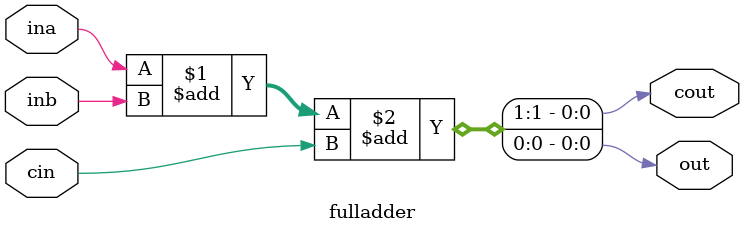
<source format=v>
module fulladder(
	input	ina,inb,cin,
	output	out,cout
);

assign {cout,out} = ina + inb + cin;

endmodule
</source>
